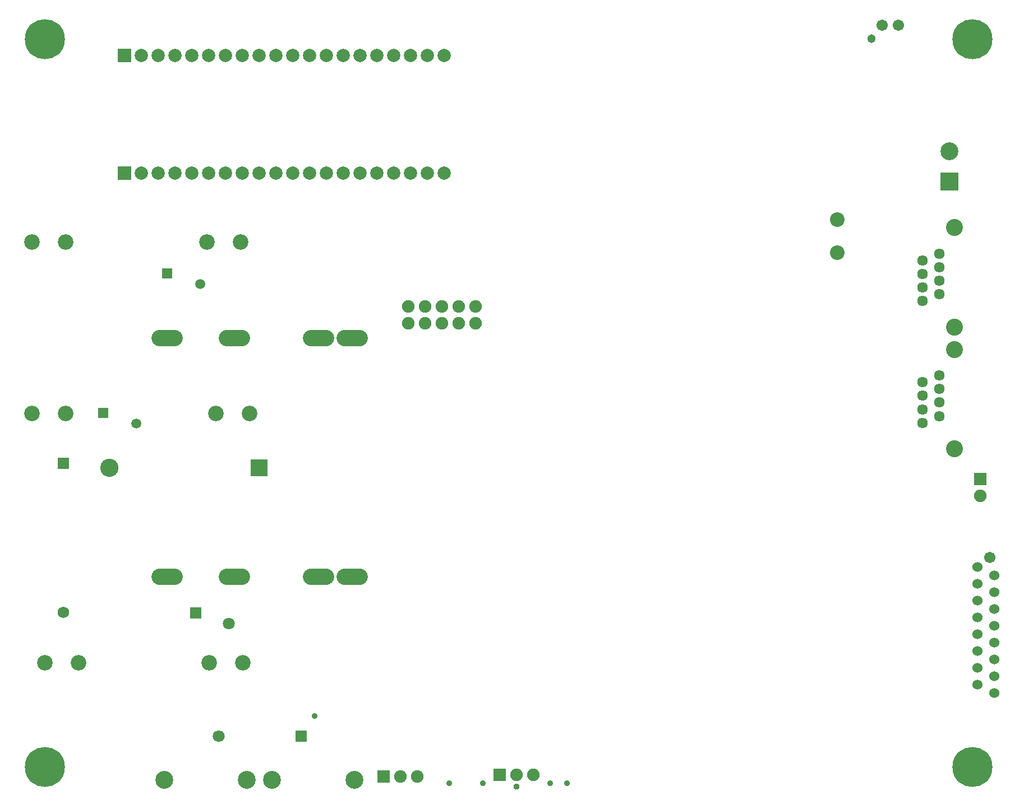
<source format=gbr>
G04 EAGLE Gerber RS-274X export*
G75*
%MOMM*%
%FSLAX34Y34*%
%LPD*%
%INSoldermask Bottom*%
%IPPOS*%
%AMOC8*
5,1,8,0,0,1.08239X$1,22.5*%
G01*
%ADD10R,1.753200X1.753200*%
%ADD11C,1.753200*%
%ADD12C,2.203200*%
%ADD13R,1.711200X1.711200*%
%ADD14C,1.803200*%
%ADD15C,2.453200*%
%ADD16C,2.703200*%
%ADD17R,1.511200X1.511200*%
%ADD18C,1.511200*%
%ADD19R,1.803200X1.803200*%
%ADD20C,1.303200*%
%ADD21C,1.703200*%
%ADD22C,1.903200*%
%ADD23R,1.903200X1.903200*%
%ADD24C,2.353200*%
%ADD25C,1.611200*%
%ADD26C,2.563200*%
%ADD27C,1.524000*%
%ADD28C,6.045200*%
%ADD29C,2.003200*%
%ADD30R,2.003200X2.003200*%
%ADD31R,2.703200X2.703200*%
%ADD32R,2.503200X2.503200*%
%ADD33C,2.743200*%
%ADD34C,0.959600*%
%ADD35C,0.909600*%


D10*
X77470Y508740D03*
D11*
X77470Y283740D03*
D12*
X1245870Y827170D03*
X1245870Y877170D03*
D13*
X436880Y96520D03*
D14*
X311880Y96520D03*
D15*
X501830Y698500D02*
X524330Y698500D01*
X473530Y698500D02*
X451030Y698500D01*
X346530Y698500D02*
X324030Y698500D01*
X244930Y698500D02*
X222430Y698500D01*
X501830Y337820D02*
X524330Y337820D01*
X473530Y337820D02*
X451030Y337820D01*
X346530Y337820D02*
X324030Y337820D01*
X244930Y337820D02*
X222430Y337820D01*
D16*
X517160Y30480D03*
X392160Y30480D03*
X354600Y30480D03*
X229600Y30480D03*
D17*
X137560Y584580D03*
D18*
X187560Y568580D03*
D17*
X234080Y795400D03*
D18*
X284080Y779400D03*
D19*
X277260Y282320D03*
D14*
X327260Y266320D03*
D20*
X1297580Y1150940D03*
D21*
X1313580Y1170940D03*
X1338580Y1170940D03*
D22*
X699770Y745490D03*
X674370Y745490D03*
X648970Y745490D03*
X623570Y745490D03*
X598170Y745490D03*
X598170Y720090D03*
X623570Y720090D03*
X648970Y720090D03*
X674370Y720090D03*
X699770Y720090D03*
D23*
X736600Y38100D03*
D22*
X762000Y38100D03*
X787400Y38100D03*
D23*
X561340Y35560D03*
D22*
X586740Y35560D03*
X612140Y35560D03*
D24*
X81280Y843280D03*
X30480Y843280D03*
X81280Y584200D03*
X30480Y584200D03*
X100330Y207010D03*
X49530Y207010D03*
X345060Y843280D03*
X294260Y843280D03*
X298070Y207010D03*
X348870Y207010D03*
X359030Y584200D03*
X308230Y584200D03*
D25*
X1399840Y641490D03*
X1374440Y631290D03*
X1399840Y621090D03*
X1374440Y610890D03*
X1399840Y600690D03*
X1374440Y590490D03*
X1399840Y580290D03*
X1374440Y570090D03*
D26*
X1422840Y530790D03*
X1422840Y680790D03*
D27*
X1457960Y351790D03*
X1483360Y339090D03*
X1457960Y326390D03*
X1483360Y313690D03*
X1457960Y300990D03*
X1483360Y288290D03*
X1457960Y275590D03*
X1483360Y262890D03*
X1457960Y250190D03*
X1483360Y237490D03*
X1457960Y224790D03*
X1483360Y212090D03*
X1457960Y199390D03*
X1483360Y186690D03*
X1457960Y173990D03*
X1483360Y161290D03*
D21*
X1476160Y366240D03*
D25*
X1399840Y825640D03*
X1374440Y815440D03*
X1399840Y805240D03*
X1374440Y795040D03*
X1399840Y784840D03*
X1374440Y774640D03*
X1399840Y764440D03*
X1374440Y754240D03*
D26*
X1422840Y714940D03*
X1422840Y864940D03*
D28*
X1449660Y50000D03*
X49660Y50000D03*
X1449660Y1150000D03*
X49660Y1150000D03*
D29*
X398780Y1125220D03*
X424180Y1125220D03*
X373380Y1125220D03*
X347980Y1125220D03*
X322580Y1125220D03*
X297180Y1125220D03*
X271780Y1125220D03*
X246380Y1125220D03*
X220980Y1125220D03*
X195580Y1125220D03*
D30*
X170180Y1125220D03*
D29*
X449580Y1125220D03*
X474980Y1125220D03*
X500380Y1125220D03*
X525780Y1125220D03*
X551180Y1125220D03*
X576580Y1125220D03*
X601980Y1125220D03*
X627380Y1125220D03*
X652780Y1125220D03*
X398780Y947420D03*
X424180Y947420D03*
X373380Y947420D03*
X347980Y947420D03*
X322580Y947420D03*
X297180Y947420D03*
X271780Y947420D03*
X246380Y947420D03*
X220980Y947420D03*
X195580Y947420D03*
D30*
X170180Y947420D03*
D29*
X449580Y947420D03*
X474980Y947420D03*
X500380Y947420D03*
X525780Y947420D03*
X551180Y947420D03*
X576580Y947420D03*
X601980Y947420D03*
X627380Y947420D03*
X652780Y947420D03*
D31*
X1415490Y934440D03*
D16*
X1415490Y980440D03*
D23*
X1461770Y485140D03*
D22*
X1461770Y459740D03*
D32*
X373350Y501650D03*
D33*
X147350Y501650D03*
D34*
X762000Y20320D03*
D35*
X838200Y25400D03*
X812800Y25400D03*
X711200Y25400D03*
X660400Y25400D03*
X457200Y127000D03*
M02*

</source>
